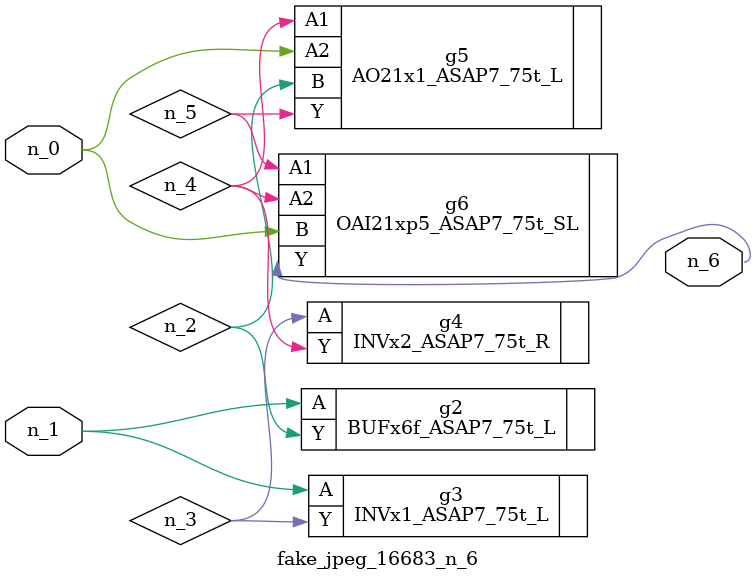
<source format=v>
module fake_jpeg_16683_n_6 (n_0, n_1, n_6);

input n_0;
input n_1;

output n_6;

wire n_2;
wire n_3;
wire n_4;
wire n_5;

BUFx6f_ASAP7_75t_L g2 ( 
.A(n_1),
.Y(n_2)
);

INVx1_ASAP7_75t_L g3 ( 
.A(n_1),
.Y(n_3)
);

INVx2_ASAP7_75t_R g4 ( 
.A(n_3),
.Y(n_4)
);

AO21x1_ASAP7_75t_L g5 ( 
.A1(n_4),
.A2(n_0),
.B(n_2),
.Y(n_5)
);

OAI21xp5_ASAP7_75t_SL g6 ( 
.A1(n_5),
.A2(n_4),
.B(n_0),
.Y(n_6)
);


endmodule
</source>
